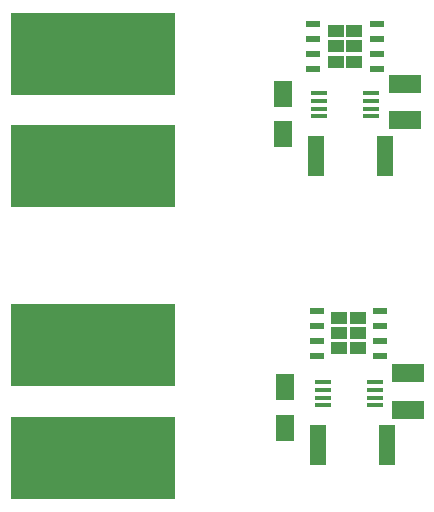
<source format=gtp>
G04*
G04 #@! TF.GenerationSoftware,Altium Limited,Altium Designer,20.0.11 (256)*
G04*
G04 Layer_Color=8421504*
%FSLAX25Y25*%
%MOIN*%
G70*
G01*
G75*
%ADD17R,0.05394X0.04331*%
%ADD18R,0.05500X0.01700*%
%ADD19R,0.05200X0.13600*%
%ADD20R,0.05000X0.02402*%
%ADD21R,0.06100X0.08600*%
%ADD22R,0.55118X0.27559*%
%ADD23R,0.11024X0.05906*%
D17*
X96503Y101496D02*
D03*
Y96378D02*
D03*
Y91259D02*
D03*
X102684Y101496D02*
D03*
Y96378D02*
D03*
Y91259D02*
D03*
X95409Y197118D02*
D03*
Y192000D02*
D03*
Y186882D02*
D03*
X101591Y197118D02*
D03*
Y192000D02*
D03*
Y186882D02*
D03*
D18*
X108494Y79998D02*
D03*
Y77439D02*
D03*
Y74879D02*
D03*
Y72320D02*
D03*
X91094D02*
D03*
Y74879D02*
D03*
Y77439D02*
D03*
Y79998D02*
D03*
X107200Y176339D02*
D03*
Y173779D02*
D03*
Y171221D02*
D03*
Y168661D02*
D03*
X89800D02*
D03*
Y171221D02*
D03*
Y173779D02*
D03*
Y176339D02*
D03*
D19*
X112643Y59122D02*
D03*
X89443D02*
D03*
X111974Y155555D02*
D03*
X88774D02*
D03*
D20*
X89082Y103878D02*
D03*
Y98878D02*
D03*
Y93878D02*
D03*
Y88878D02*
D03*
X110106Y103878D02*
D03*
Y98878D02*
D03*
Y93878D02*
D03*
Y88878D02*
D03*
X87988Y199500D02*
D03*
Y194500D02*
D03*
Y189500D02*
D03*
Y184500D02*
D03*
X109012Y199500D02*
D03*
Y194500D02*
D03*
Y189500D02*
D03*
Y184500D02*
D03*
D21*
X78480Y78259D02*
D03*
Y64859D02*
D03*
X77795Y176003D02*
D03*
Y162603D02*
D03*
D22*
X14500Y54600D02*
D03*
Y92500D02*
D03*
Y152000D02*
D03*
Y189500D02*
D03*
D23*
X119354Y70760D02*
D03*
Y82965D02*
D03*
X118429Y167291D02*
D03*
Y179496D02*
D03*
M02*

</source>
